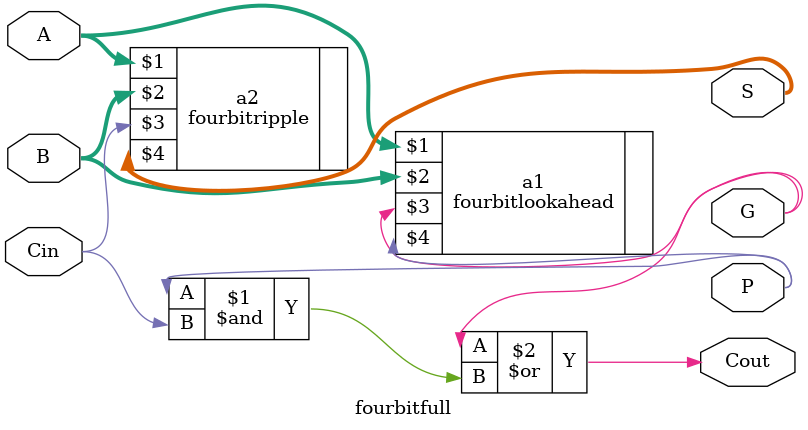
<source format=v>
module fourbitfull(A, B, Cin, S, G, P, Cout);
   input [3:0] A, B;
   input       Cin;
   output [3:0] S;
   output 	G, P, Cout;

   fourbitlookahead a1(A, B, G, P);
   assign Cout = G | (P & Cin);
   fourbitripple a2(A, B, Cin, S);
endmodule   
   
</source>
